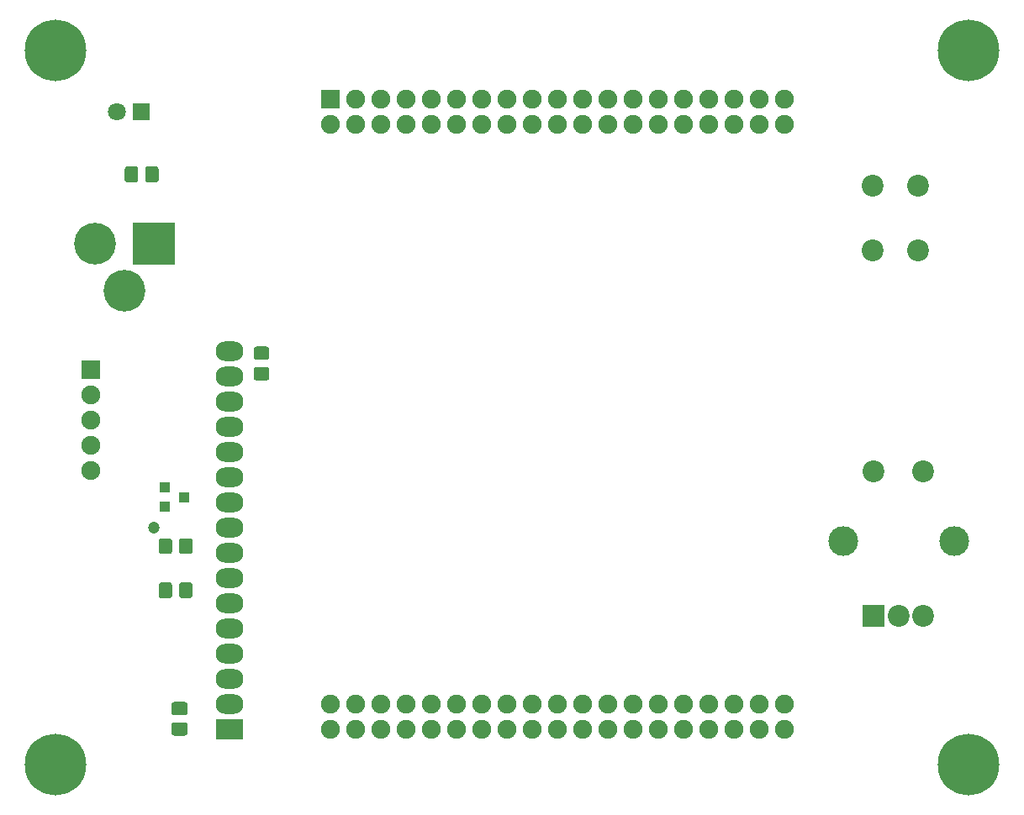
<source format=gbr>
G04 #@! TF.GenerationSoftware,KiCad,Pcbnew,5.0.0-fee4fd1~66~ubuntu18.04.1*
G04 #@! TF.CreationDate,2018-11-22T16:02:16+01:00*
G04 #@! TF.ProjectId,hwpboard,687770626F6172642E6B696361645F70,rev?*
G04 #@! TF.SameCoordinates,PX67c7620PY282da50*
G04 #@! TF.FileFunction,Soldermask,Top*
G04 #@! TF.FilePolarity,Negative*
%FSLAX45Y45*%
G04 Gerber Fmt 4.5, Leading zero omitted, Abs format (unit mm)*
G04 Created by KiCad (PCBNEW 5.0.0-fee4fd1~66~ubuntu18.04.1) date Thu Nov 22 16:02:16 2018*
%MOMM*%
%LPD*%
G01*
G04 APERTURE LIST*
%ADD10R,2.800000X2.000000*%
%ADD11O,2.800000X2.000000*%
%ADD12C,1.900000*%
%ADD13R,1.900000X1.900000*%
%ADD14R,4.300000X4.300000*%
%ADD15C,4.200000*%
%ADD16C,6.200000*%
%ADD17O,1.900000X1.900000*%
%ADD18C,2.200000*%
%ADD19C,3.000000*%
%ADD20R,2.200000X2.200000*%
%ADD21R,1.100000X1.000000*%
%ADD22C,0.100000*%
%ADD23C,1.350000*%
%ADD24R,1.800000X1.800000*%
%ADD25C,1.800000*%
%ADD26C,1.200000*%
G04 APERTURE END LIST*
D10*
G04 #@! TO.C,LCD1*
X2159000Y-7239000D03*
D11*
X2159000Y-6985000D03*
X2159000Y-6731000D03*
X2159000Y-6477000D03*
X2159000Y-6223000D03*
X2159000Y-5969000D03*
X2159000Y-5715000D03*
X2159000Y-5461000D03*
X2159000Y-5207000D03*
X2159000Y-4953000D03*
X2159000Y-4699000D03*
X2159000Y-4445000D03*
X2159000Y-4191000D03*
X2159000Y-3937000D03*
X2159000Y-3683000D03*
X2159000Y-3429000D03*
G04 #@! TD*
D12*
G04 #@! TO.C,NUCBRD1*
X7747000Y-7239000D03*
X7747000Y-6985000D03*
X7493000Y-7239000D03*
X7493000Y-6985000D03*
X7239000Y-7239000D03*
X7239000Y-6985000D03*
X6985000Y-7239000D03*
X6985000Y-6985000D03*
X6731000Y-7239000D03*
X6731000Y-6985000D03*
X6477000Y-7239000D03*
X6477000Y-6985000D03*
X6223000Y-7239000D03*
X6223000Y-6985000D03*
X5969000Y-7239000D03*
X5969000Y-6985000D03*
X5715000Y-7239000D03*
X5715000Y-6985000D03*
X5461000Y-7239000D03*
X5461000Y-6985000D03*
X5207000Y-7239000D03*
X5207000Y-6985000D03*
X4953000Y-7239000D03*
X4953000Y-6985000D03*
X4699000Y-7239000D03*
X4699000Y-6985000D03*
X4445000Y-7239000D03*
X4445000Y-6985000D03*
X4191000Y-7239000D03*
X4191000Y-6985000D03*
X3937000Y-7239000D03*
X3937000Y-6985000D03*
X3683000Y-7239000D03*
X3683000Y-6985000D03*
X3429000Y-7239000D03*
X3429000Y-6985000D03*
X3175000Y-7239000D03*
X3175000Y-6985000D03*
X7747000Y-1143000D03*
X7747000Y-889000D03*
X7493000Y-1143000D03*
X7493000Y-889000D03*
X7239000Y-1143000D03*
X7239000Y-889000D03*
X6985000Y-1143000D03*
X6985000Y-889000D03*
X6731000Y-1143000D03*
X6731000Y-889000D03*
X6477000Y-1143000D03*
X6477000Y-889000D03*
X6223000Y-1143000D03*
X6223000Y-889000D03*
X5969000Y-1143000D03*
X5969000Y-889000D03*
X5715000Y-1143000D03*
X5715000Y-889000D03*
X5461000Y-1143000D03*
X5461000Y-889000D03*
X5207000Y-1143000D03*
X5207000Y-889000D03*
X4953000Y-1143000D03*
X4953000Y-889000D03*
X4699000Y-1143000D03*
X4699000Y-889000D03*
X4445000Y-1143000D03*
X4445000Y-889000D03*
X4191000Y-1143000D03*
X4191000Y-889000D03*
X3937000Y-1143000D03*
X3937000Y-889000D03*
X3683000Y-1143000D03*
X3683000Y-889000D03*
X3429000Y-1143000D03*
X3429000Y-889000D03*
X3175000Y-1143000D03*
D13*
X3175000Y-889000D03*
G04 #@! TD*
D14*
G04 #@! TO.C,J1*
X1397000Y-2349500D03*
D15*
X797000Y-2349500D03*
X1097000Y-2819500D03*
G04 #@! TD*
D16*
G04 #@! TO.C,J2*
X399000Y-401000D03*
G04 #@! TD*
G04 #@! TO.C,J3*
X399000Y-7601000D03*
G04 #@! TD*
G04 #@! TO.C,J4*
X9599000Y-401000D03*
G04 #@! TD*
G04 #@! TO.C,J5*
X9599000Y-7601000D03*
G04 #@! TD*
D13*
G04 #@! TO.C,MoistureSensor1*
X762000Y-3619500D03*
D17*
X762000Y-3873500D03*
X762000Y-4127500D03*
X762000Y-4381500D03*
X762000Y-4635500D03*
G04 #@! TD*
D18*
G04 #@! TO.C,PushButton1*
X8636000Y-1763000D03*
X9086000Y-1763000D03*
X8636000Y-2413000D03*
X9086000Y-2413000D03*
G04 #@! TD*
G04 #@! TO.C,RotaryEncoder1*
X9144000Y-4646000D03*
X8644000Y-4646000D03*
D19*
X9454000Y-5346000D03*
X8334000Y-5346000D03*
D18*
X9144000Y-6096000D03*
X8894000Y-6096000D03*
D20*
X8644000Y-6096000D03*
G04 #@! TD*
D21*
G04 #@! TO.C,Q1*
X1500200Y-4807200D03*
X1500200Y-4997200D03*
X1700200Y-4902200D03*
G04 #@! TD*
D22*
G04 #@! TO.C,C1*
G36*
X1413529Y-1571141D02*
X1416378Y-1571564D01*
X1419171Y-1572264D01*
X1421883Y-1573234D01*
X1424487Y-1574465D01*
X1426957Y-1575946D01*
X1429270Y-1577662D01*
X1431404Y-1579596D01*
X1433338Y-1581730D01*
X1435054Y-1584043D01*
X1436535Y-1586513D01*
X1437766Y-1589117D01*
X1438736Y-1591828D01*
X1439436Y-1594622D01*
X1439859Y-1597471D01*
X1440000Y-1600348D01*
X1440000Y-1701652D01*
X1439859Y-1704529D01*
X1439436Y-1707378D01*
X1438736Y-1710171D01*
X1437766Y-1712883D01*
X1436535Y-1715487D01*
X1435054Y-1717957D01*
X1433338Y-1720270D01*
X1431404Y-1722404D01*
X1429270Y-1724338D01*
X1426957Y-1726054D01*
X1424487Y-1727535D01*
X1421883Y-1728766D01*
X1419171Y-1729736D01*
X1416378Y-1730436D01*
X1413529Y-1730859D01*
X1410652Y-1731000D01*
X1334348Y-1731000D01*
X1331471Y-1730859D01*
X1328622Y-1730436D01*
X1325829Y-1729736D01*
X1323117Y-1728766D01*
X1320513Y-1727535D01*
X1318043Y-1726054D01*
X1315730Y-1724338D01*
X1313596Y-1722404D01*
X1311662Y-1720270D01*
X1309946Y-1717957D01*
X1308465Y-1715487D01*
X1307234Y-1712883D01*
X1306264Y-1710171D01*
X1305564Y-1707378D01*
X1305141Y-1704529D01*
X1305000Y-1701652D01*
X1305000Y-1600348D01*
X1305141Y-1597471D01*
X1305564Y-1594622D01*
X1306264Y-1591828D01*
X1307234Y-1589117D01*
X1308465Y-1586513D01*
X1309946Y-1584043D01*
X1311662Y-1581730D01*
X1313596Y-1579596D01*
X1315730Y-1577662D01*
X1318043Y-1575946D01*
X1320513Y-1574465D01*
X1323117Y-1573234D01*
X1325829Y-1572264D01*
X1328622Y-1571564D01*
X1331471Y-1571141D01*
X1334348Y-1571000D01*
X1410652Y-1571000D01*
X1413529Y-1571141D01*
X1413529Y-1571141D01*
G37*
D23*
X1372500Y-1651000D03*
D22*
G36*
X1208529Y-1571141D02*
X1211378Y-1571564D01*
X1214172Y-1572264D01*
X1216883Y-1573234D01*
X1219487Y-1574465D01*
X1221957Y-1575946D01*
X1224270Y-1577662D01*
X1226404Y-1579596D01*
X1228338Y-1581730D01*
X1230054Y-1584043D01*
X1231535Y-1586513D01*
X1232766Y-1589117D01*
X1233736Y-1591828D01*
X1234436Y-1594622D01*
X1234859Y-1597471D01*
X1235000Y-1600348D01*
X1235000Y-1701652D01*
X1234859Y-1704529D01*
X1234436Y-1707378D01*
X1233736Y-1710171D01*
X1232766Y-1712883D01*
X1231535Y-1715487D01*
X1230054Y-1717957D01*
X1228338Y-1720270D01*
X1226404Y-1722404D01*
X1224270Y-1724338D01*
X1221957Y-1726054D01*
X1219487Y-1727535D01*
X1216883Y-1728766D01*
X1214172Y-1729736D01*
X1211378Y-1730436D01*
X1208529Y-1730859D01*
X1205652Y-1731000D01*
X1129348Y-1731000D01*
X1126471Y-1730859D01*
X1123622Y-1730436D01*
X1120829Y-1729736D01*
X1118117Y-1728766D01*
X1115513Y-1727535D01*
X1113043Y-1726054D01*
X1110730Y-1724338D01*
X1108596Y-1722404D01*
X1106662Y-1720270D01*
X1104946Y-1717957D01*
X1103465Y-1715487D01*
X1102234Y-1712883D01*
X1101264Y-1710171D01*
X1100564Y-1707378D01*
X1100141Y-1704529D01*
X1100000Y-1701652D01*
X1100000Y-1600348D01*
X1100141Y-1597471D01*
X1100564Y-1594622D01*
X1101264Y-1591828D01*
X1102234Y-1589117D01*
X1103465Y-1586513D01*
X1104946Y-1584043D01*
X1106662Y-1581730D01*
X1108596Y-1579596D01*
X1110730Y-1577662D01*
X1113043Y-1575946D01*
X1115513Y-1574465D01*
X1118117Y-1573234D01*
X1120829Y-1572264D01*
X1123622Y-1571564D01*
X1126471Y-1571141D01*
X1129348Y-1571000D01*
X1205652Y-1571000D01*
X1208529Y-1571141D01*
X1208529Y-1571141D01*
G37*
D23*
X1167500Y-1651000D03*
G04 #@! TD*
D22*
G04 #@! TO.C,C2*
G36*
X1704529Y-6966641D02*
X1707378Y-6967064D01*
X1710171Y-6967764D01*
X1712883Y-6968734D01*
X1715487Y-6969965D01*
X1717957Y-6971446D01*
X1720270Y-6973162D01*
X1722404Y-6975096D01*
X1724338Y-6977230D01*
X1726054Y-6979543D01*
X1727535Y-6982013D01*
X1728766Y-6984617D01*
X1729736Y-6987328D01*
X1730436Y-6990122D01*
X1730859Y-6992971D01*
X1731000Y-6995848D01*
X1731000Y-7072152D01*
X1730859Y-7075029D01*
X1730436Y-7077878D01*
X1729736Y-7080671D01*
X1728766Y-7083383D01*
X1727535Y-7085987D01*
X1726054Y-7088457D01*
X1724338Y-7090770D01*
X1722404Y-7092904D01*
X1720270Y-7094838D01*
X1717957Y-7096554D01*
X1715487Y-7098035D01*
X1712883Y-7099266D01*
X1710171Y-7100236D01*
X1707378Y-7100936D01*
X1704529Y-7101359D01*
X1701652Y-7101500D01*
X1600348Y-7101500D01*
X1597471Y-7101359D01*
X1594622Y-7100936D01*
X1591828Y-7100236D01*
X1589117Y-7099266D01*
X1586513Y-7098035D01*
X1584043Y-7096554D01*
X1581730Y-7094838D01*
X1579596Y-7092904D01*
X1577662Y-7090770D01*
X1575946Y-7088457D01*
X1574465Y-7085987D01*
X1573234Y-7083383D01*
X1572264Y-7080671D01*
X1571564Y-7077878D01*
X1571141Y-7075029D01*
X1571000Y-7072152D01*
X1571000Y-6995848D01*
X1571141Y-6992971D01*
X1571564Y-6990122D01*
X1572264Y-6987328D01*
X1573234Y-6984617D01*
X1574465Y-6982013D01*
X1575946Y-6979543D01*
X1577662Y-6977230D01*
X1579596Y-6975096D01*
X1581730Y-6973162D01*
X1584043Y-6971446D01*
X1586513Y-6969965D01*
X1589117Y-6968734D01*
X1591828Y-6967764D01*
X1594622Y-6967064D01*
X1597471Y-6966641D01*
X1600348Y-6966500D01*
X1701652Y-6966500D01*
X1704529Y-6966641D01*
X1704529Y-6966641D01*
G37*
D23*
X1651000Y-7034000D03*
D22*
G36*
X1704529Y-7171641D02*
X1707378Y-7172064D01*
X1710171Y-7172764D01*
X1712883Y-7173734D01*
X1715487Y-7174965D01*
X1717957Y-7176446D01*
X1720270Y-7178162D01*
X1722404Y-7180096D01*
X1724338Y-7182230D01*
X1726054Y-7184543D01*
X1727535Y-7187013D01*
X1728766Y-7189617D01*
X1729736Y-7192328D01*
X1730436Y-7195122D01*
X1730859Y-7197971D01*
X1731000Y-7200848D01*
X1731000Y-7277152D01*
X1730859Y-7280029D01*
X1730436Y-7282878D01*
X1729736Y-7285671D01*
X1728766Y-7288383D01*
X1727535Y-7290987D01*
X1726054Y-7293457D01*
X1724338Y-7295770D01*
X1722404Y-7297904D01*
X1720270Y-7299838D01*
X1717957Y-7301554D01*
X1715487Y-7303035D01*
X1712883Y-7304266D01*
X1710171Y-7305236D01*
X1707378Y-7305936D01*
X1704529Y-7306359D01*
X1701652Y-7306500D01*
X1600348Y-7306500D01*
X1597471Y-7306359D01*
X1594622Y-7305936D01*
X1591828Y-7305236D01*
X1589117Y-7304266D01*
X1586513Y-7303035D01*
X1584043Y-7301554D01*
X1581730Y-7299838D01*
X1579596Y-7297904D01*
X1577662Y-7295770D01*
X1575946Y-7293457D01*
X1574465Y-7290987D01*
X1573234Y-7288383D01*
X1572264Y-7285671D01*
X1571564Y-7282878D01*
X1571141Y-7280029D01*
X1571000Y-7277152D01*
X1571000Y-7200848D01*
X1571141Y-7197971D01*
X1571564Y-7195122D01*
X1572264Y-7192328D01*
X1573234Y-7189617D01*
X1574465Y-7187013D01*
X1575946Y-7184543D01*
X1577662Y-7182230D01*
X1579596Y-7180096D01*
X1581730Y-7178162D01*
X1584043Y-7176446D01*
X1586513Y-7174965D01*
X1589117Y-7173734D01*
X1591828Y-7172764D01*
X1594622Y-7172064D01*
X1597471Y-7171641D01*
X1600348Y-7171500D01*
X1701652Y-7171500D01*
X1704529Y-7171641D01*
X1704529Y-7171641D01*
G37*
D23*
X1651000Y-7239000D03*
G04 #@! TD*
D24*
G04 #@! TO.C,C3*
X1270000Y-1016000D03*
D25*
X1020000Y-1016000D03*
G04 #@! TD*
D22*
G04 #@! TO.C,Rm0*
G36*
X1550529Y-5317641D02*
X1553378Y-5318064D01*
X1556171Y-5318764D01*
X1558883Y-5319734D01*
X1561487Y-5320965D01*
X1563957Y-5322446D01*
X1566270Y-5324162D01*
X1568404Y-5326096D01*
X1570338Y-5328230D01*
X1572054Y-5330543D01*
X1573535Y-5333013D01*
X1574766Y-5335617D01*
X1575736Y-5338329D01*
X1576436Y-5341122D01*
X1576859Y-5343971D01*
X1577000Y-5346848D01*
X1577000Y-5448152D01*
X1576859Y-5451029D01*
X1576436Y-5453878D01*
X1575736Y-5456672D01*
X1574766Y-5459383D01*
X1573535Y-5461987D01*
X1572054Y-5464457D01*
X1570338Y-5466770D01*
X1568404Y-5468904D01*
X1566270Y-5470838D01*
X1563957Y-5472554D01*
X1561487Y-5474035D01*
X1558883Y-5475266D01*
X1556171Y-5476236D01*
X1553378Y-5476936D01*
X1550529Y-5477359D01*
X1547652Y-5477500D01*
X1471348Y-5477500D01*
X1468471Y-5477359D01*
X1465622Y-5476936D01*
X1462828Y-5476236D01*
X1460117Y-5475266D01*
X1457513Y-5474035D01*
X1455043Y-5472554D01*
X1452730Y-5470838D01*
X1450596Y-5468904D01*
X1448662Y-5466770D01*
X1446946Y-5464457D01*
X1445465Y-5461987D01*
X1444234Y-5459383D01*
X1443264Y-5456672D01*
X1442564Y-5453878D01*
X1442141Y-5451029D01*
X1442000Y-5448152D01*
X1442000Y-5346848D01*
X1442141Y-5343971D01*
X1442564Y-5341122D01*
X1443264Y-5338329D01*
X1444234Y-5335617D01*
X1445465Y-5333013D01*
X1446946Y-5330543D01*
X1448662Y-5328230D01*
X1450596Y-5326096D01*
X1452730Y-5324162D01*
X1455043Y-5322446D01*
X1457513Y-5320965D01*
X1460117Y-5319734D01*
X1462828Y-5318764D01*
X1465622Y-5318064D01*
X1468471Y-5317641D01*
X1471348Y-5317500D01*
X1547652Y-5317500D01*
X1550529Y-5317641D01*
X1550529Y-5317641D01*
G37*
D23*
X1509500Y-5397500D03*
D22*
G36*
X1755529Y-5317641D02*
X1758378Y-5318064D01*
X1761171Y-5318764D01*
X1763883Y-5319734D01*
X1766487Y-5320965D01*
X1768957Y-5322446D01*
X1771270Y-5324162D01*
X1773404Y-5326096D01*
X1775338Y-5328230D01*
X1777054Y-5330543D01*
X1778535Y-5333013D01*
X1779766Y-5335617D01*
X1780736Y-5338329D01*
X1781436Y-5341122D01*
X1781859Y-5343971D01*
X1782000Y-5346848D01*
X1782000Y-5448152D01*
X1781859Y-5451029D01*
X1781436Y-5453878D01*
X1780736Y-5456672D01*
X1779766Y-5459383D01*
X1778535Y-5461987D01*
X1777054Y-5464457D01*
X1775338Y-5466770D01*
X1773404Y-5468904D01*
X1771270Y-5470838D01*
X1768957Y-5472554D01*
X1766487Y-5474035D01*
X1763883Y-5475266D01*
X1761171Y-5476236D01*
X1758378Y-5476936D01*
X1755529Y-5477359D01*
X1752652Y-5477500D01*
X1676348Y-5477500D01*
X1673471Y-5477359D01*
X1670622Y-5476936D01*
X1667828Y-5476236D01*
X1665117Y-5475266D01*
X1662513Y-5474035D01*
X1660043Y-5472554D01*
X1657730Y-5470838D01*
X1655596Y-5468904D01*
X1653662Y-5466770D01*
X1651946Y-5464457D01*
X1650465Y-5461987D01*
X1649234Y-5459383D01*
X1648264Y-5456672D01*
X1647564Y-5453878D01*
X1647141Y-5451029D01*
X1647000Y-5448152D01*
X1647000Y-5346848D01*
X1647141Y-5343971D01*
X1647564Y-5341122D01*
X1648264Y-5338329D01*
X1649234Y-5335617D01*
X1650465Y-5333013D01*
X1651946Y-5330543D01*
X1653662Y-5328230D01*
X1655596Y-5326096D01*
X1657730Y-5324162D01*
X1660043Y-5322446D01*
X1662513Y-5320965D01*
X1665117Y-5319734D01*
X1667828Y-5318764D01*
X1670622Y-5318064D01*
X1673471Y-5317641D01*
X1676348Y-5317500D01*
X1752652Y-5317500D01*
X1755529Y-5317641D01*
X1755529Y-5317641D01*
G37*
D23*
X1714500Y-5397500D03*
G04 #@! TD*
D22*
G04 #@! TO.C,Rm1*
G36*
X1550529Y-5762141D02*
X1553378Y-5762564D01*
X1556171Y-5763264D01*
X1558883Y-5764234D01*
X1561487Y-5765465D01*
X1563957Y-5766946D01*
X1566270Y-5768662D01*
X1568404Y-5770596D01*
X1570338Y-5772730D01*
X1572054Y-5775043D01*
X1573535Y-5777513D01*
X1574766Y-5780117D01*
X1575736Y-5782828D01*
X1576436Y-5785622D01*
X1576859Y-5788471D01*
X1577000Y-5791348D01*
X1577000Y-5892652D01*
X1576859Y-5895529D01*
X1576436Y-5898378D01*
X1575736Y-5901171D01*
X1574766Y-5903883D01*
X1573535Y-5906487D01*
X1572054Y-5908957D01*
X1570338Y-5911270D01*
X1568404Y-5913404D01*
X1566270Y-5915338D01*
X1563957Y-5917054D01*
X1561487Y-5918535D01*
X1558883Y-5919766D01*
X1556171Y-5920736D01*
X1553378Y-5921436D01*
X1550529Y-5921859D01*
X1547652Y-5922000D01*
X1471348Y-5922000D01*
X1468471Y-5921859D01*
X1465622Y-5921436D01*
X1462828Y-5920736D01*
X1460117Y-5919766D01*
X1457513Y-5918535D01*
X1455043Y-5917054D01*
X1452730Y-5915338D01*
X1450596Y-5913404D01*
X1448662Y-5911270D01*
X1446946Y-5908957D01*
X1445465Y-5906487D01*
X1444234Y-5903883D01*
X1443264Y-5901171D01*
X1442564Y-5898378D01*
X1442141Y-5895529D01*
X1442000Y-5892652D01*
X1442000Y-5791348D01*
X1442141Y-5788471D01*
X1442564Y-5785622D01*
X1443264Y-5782828D01*
X1444234Y-5780117D01*
X1445465Y-5777513D01*
X1446946Y-5775043D01*
X1448662Y-5772730D01*
X1450596Y-5770596D01*
X1452730Y-5768662D01*
X1455043Y-5766946D01*
X1457513Y-5765465D01*
X1460117Y-5764234D01*
X1462828Y-5763264D01*
X1465622Y-5762564D01*
X1468471Y-5762141D01*
X1471348Y-5762000D01*
X1547652Y-5762000D01*
X1550529Y-5762141D01*
X1550529Y-5762141D01*
G37*
D23*
X1509500Y-5842000D03*
D22*
G36*
X1755529Y-5762141D02*
X1758378Y-5762564D01*
X1761171Y-5763264D01*
X1763883Y-5764234D01*
X1766487Y-5765465D01*
X1768957Y-5766946D01*
X1771270Y-5768662D01*
X1773404Y-5770596D01*
X1775338Y-5772730D01*
X1777054Y-5775043D01*
X1778535Y-5777513D01*
X1779766Y-5780117D01*
X1780736Y-5782828D01*
X1781436Y-5785622D01*
X1781859Y-5788471D01*
X1782000Y-5791348D01*
X1782000Y-5892652D01*
X1781859Y-5895529D01*
X1781436Y-5898378D01*
X1780736Y-5901171D01*
X1779766Y-5903883D01*
X1778535Y-5906487D01*
X1777054Y-5908957D01*
X1775338Y-5911270D01*
X1773404Y-5913404D01*
X1771270Y-5915338D01*
X1768957Y-5917054D01*
X1766487Y-5918535D01*
X1763883Y-5919766D01*
X1761171Y-5920736D01*
X1758378Y-5921436D01*
X1755529Y-5921859D01*
X1752652Y-5922000D01*
X1676348Y-5922000D01*
X1673471Y-5921859D01*
X1670622Y-5921436D01*
X1667828Y-5920736D01*
X1665117Y-5919766D01*
X1662513Y-5918535D01*
X1660043Y-5917054D01*
X1657730Y-5915338D01*
X1655596Y-5913404D01*
X1653662Y-5911270D01*
X1651946Y-5908957D01*
X1650465Y-5906487D01*
X1649234Y-5903883D01*
X1648264Y-5901171D01*
X1647564Y-5898378D01*
X1647141Y-5895529D01*
X1647000Y-5892652D01*
X1647000Y-5791348D01*
X1647141Y-5788471D01*
X1647564Y-5785622D01*
X1648264Y-5782828D01*
X1649234Y-5780117D01*
X1650465Y-5777513D01*
X1651946Y-5775043D01*
X1653662Y-5772730D01*
X1655596Y-5770596D01*
X1657730Y-5768662D01*
X1660043Y-5766946D01*
X1662513Y-5765465D01*
X1665117Y-5764234D01*
X1667828Y-5763264D01*
X1670622Y-5762564D01*
X1673471Y-5762141D01*
X1676348Y-5762000D01*
X1752652Y-5762000D01*
X1755529Y-5762141D01*
X1755529Y-5762141D01*
G37*
D23*
X1714500Y-5842000D03*
G04 #@! TD*
D22*
G04 #@! TO.C,C4*
G36*
X2530029Y-3386141D02*
X2532878Y-3386564D01*
X2535672Y-3387264D01*
X2538383Y-3388234D01*
X2540987Y-3389465D01*
X2543457Y-3390946D01*
X2545770Y-3392662D01*
X2547904Y-3394596D01*
X2549838Y-3396730D01*
X2551554Y-3399043D01*
X2553035Y-3401513D01*
X2554266Y-3404117D01*
X2555236Y-3406828D01*
X2555936Y-3409622D01*
X2556359Y-3412471D01*
X2556500Y-3415348D01*
X2556500Y-3491652D01*
X2556359Y-3494529D01*
X2555936Y-3497378D01*
X2555236Y-3500171D01*
X2554266Y-3502883D01*
X2553035Y-3505487D01*
X2551554Y-3507957D01*
X2549838Y-3510270D01*
X2547904Y-3512404D01*
X2545770Y-3514338D01*
X2543457Y-3516054D01*
X2540987Y-3517535D01*
X2538383Y-3518766D01*
X2535672Y-3519736D01*
X2532878Y-3520436D01*
X2530029Y-3520859D01*
X2527152Y-3521000D01*
X2425848Y-3521000D01*
X2422971Y-3520859D01*
X2420122Y-3520436D01*
X2417329Y-3519736D01*
X2414617Y-3518766D01*
X2412013Y-3517535D01*
X2409543Y-3516054D01*
X2407230Y-3514338D01*
X2405096Y-3512404D01*
X2403162Y-3510270D01*
X2401446Y-3507957D01*
X2399965Y-3505487D01*
X2398734Y-3502883D01*
X2397764Y-3500171D01*
X2397064Y-3497378D01*
X2396641Y-3494529D01*
X2396500Y-3491652D01*
X2396500Y-3415348D01*
X2396641Y-3412471D01*
X2397064Y-3409622D01*
X2397764Y-3406828D01*
X2398734Y-3404117D01*
X2399965Y-3401513D01*
X2401446Y-3399043D01*
X2403162Y-3396730D01*
X2405096Y-3394596D01*
X2407230Y-3392662D01*
X2409543Y-3390946D01*
X2412013Y-3389465D01*
X2414617Y-3388234D01*
X2417329Y-3387264D01*
X2420122Y-3386564D01*
X2422971Y-3386141D01*
X2425848Y-3386000D01*
X2527152Y-3386000D01*
X2530029Y-3386141D01*
X2530029Y-3386141D01*
G37*
D23*
X2476500Y-3453500D03*
D22*
G36*
X2530029Y-3591141D02*
X2532878Y-3591564D01*
X2535672Y-3592264D01*
X2538383Y-3593234D01*
X2540987Y-3594465D01*
X2543457Y-3595946D01*
X2545770Y-3597662D01*
X2547904Y-3599596D01*
X2549838Y-3601730D01*
X2551554Y-3604043D01*
X2553035Y-3606513D01*
X2554266Y-3609117D01*
X2555236Y-3611828D01*
X2555936Y-3614622D01*
X2556359Y-3617471D01*
X2556500Y-3620348D01*
X2556500Y-3696652D01*
X2556359Y-3699529D01*
X2555936Y-3702378D01*
X2555236Y-3705171D01*
X2554266Y-3707883D01*
X2553035Y-3710487D01*
X2551554Y-3712957D01*
X2549838Y-3715270D01*
X2547904Y-3717404D01*
X2545770Y-3719338D01*
X2543457Y-3721054D01*
X2540987Y-3722535D01*
X2538383Y-3723766D01*
X2535672Y-3724736D01*
X2532878Y-3725436D01*
X2530029Y-3725859D01*
X2527152Y-3726000D01*
X2425848Y-3726000D01*
X2422971Y-3725859D01*
X2420122Y-3725436D01*
X2417329Y-3724736D01*
X2414617Y-3723766D01*
X2412013Y-3722535D01*
X2409543Y-3721054D01*
X2407230Y-3719338D01*
X2405096Y-3717404D01*
X2403162Y-3715270D01*
X2401446Y-3712957D01*
X2399965Y-3710487D01*
X2398734Y-3707883D01*
X2397764Y-3705171D01*
X2397064Y-3702378D01*
X2396641Y-3699529D01*
X2396500Y-3696652D01*
X2396500Y-3620348D01*
X2396641Y-3617471D01*
X2397064Y-3614622D01*
X2397764Y-3611828D01*
X2398734Y-3609117D01*
X2399965Y-3606513D01*
X2401446Y-3604043D01*
X2403162Y-3601730D01*
X2405096Y-3599596D01*
X2407230Y-3597662D01*
X2409543Y-3595946D01*
X2412013Y-3594465D01*
X2414617Y-3593234D01*
X2417329Y-3592264D01*
X2420122Y-3591564D01*
X2422971Y-3591141D01*
X2425848Y-3591000D01*
X2527152Y-3591000D01*
X2530029Y-3591141D01*
X2530029Y-3591141D01*
G37*
D23*
X2476500Y-3658500D03*
G04 #@! TD*
D26*
X1397000Y-5207000D03*
M02*

</source>
